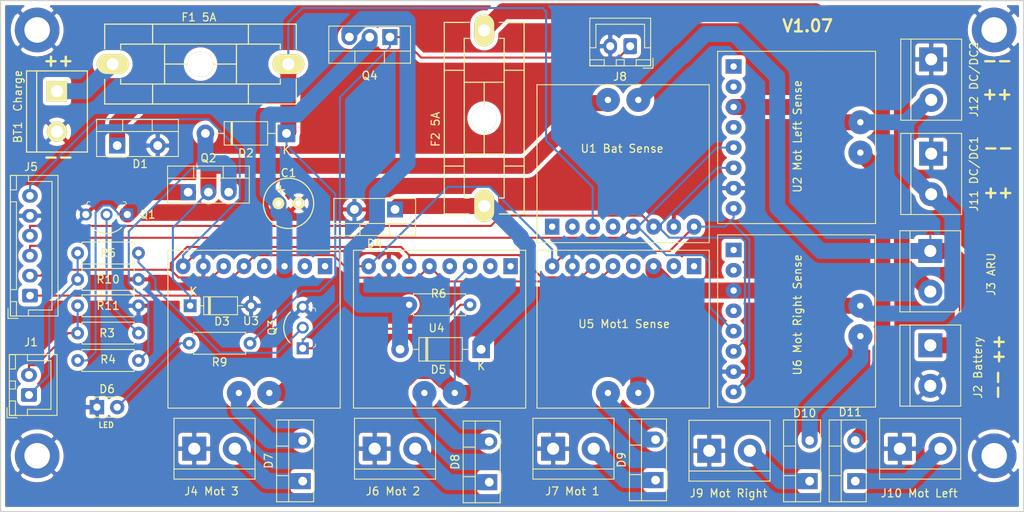
<source format=kicad_pcb>
(kicad_pcb (version 20211014) (generator pcbnew)
  (layers (0 "F.Cu" signal) (31 "B.Cu" signal) (34 "B.Paste" user) (35 "F.Paste" user) (36 "B.SilkS" user "B.Silkscreen") (37 "F.SilkS" user "F.Silkscreen") (38 "B.Mask" user) (39 "F.Mask" user) (44 "Edge.Cuts" user))
  (net 0 "")
  (net 1 "GND")
  (net 2 "Net-(BT1-Pad1)")
  (net 3 "Net-(D2-Pad2)")
  (net 4 "Net-(D3-Pad1)")
  (net 5 "Net-(D4-Pad1)")
  (net 6 "Net-(D5-Pad2)")
  (net 7 "Net-(F2-Pad1)")
  (net 8 "pinChargeEnable")
  (net 9 "pinBatterySwitch")
  (net 10 "Net-(J2-Pad1)")
  (net 11 "Net-(Q1-Pad1)")
  (net 12 "Net-(Q1-Pad2)")
  (net 13 "Net-(Q3-Pad2)")
  (net 14 "+3V3")
  (net 15 "Net-(D6-Pad2)")
  (net 16 "Net-(J8-Pad1)")
  (net 17 "Net-(D8-Pad2)")
  (net 18 "V_Bat")
  (net 19 "V_Charge")
  (net 20 "Net-(D11-Pad2)")
  (net 21 "Net-(D11-Pad1)")
  (net 22 "Net-(D7-Pad2)")
  (net 23 "SDA0")
  (net 24 "SCL0")
  (net 25 "SDA1")
  (net 26 "SCL1")
  (net 27 "Net-(D9-Pad2)")
  (net 28 "Net-(D10-Pad2)")
  (net 29 "Net-(D7-Pad1)")
  (net 30 "Net-(D8-Pad1)")
  (net 31 "Net-(D9-Pad1)")
  (net 32 "Net-(D10-Pad1)")
  (footprint "Zimprich:Anschlussklemme_2P_RM5,08" (layer "F.Cu") (at 91.769 75.107 -90)
    (fp_text reference "BT1")
    (fp_text value "Charge")
  )
  (footprint "Zimprich:Elko_vert_11.2x6.3mm_RM2.5" (layer "F.Cu") (at 119.507 86.614)
    (fp_text reference "C1")
    (fp_text value "100uF")
  )
  (footprint "Package_TO_SOT_THT:TO-220-2_Vertical" (layer "F.Cu") (at 99.314 79.375)
    (fp_text reference "D1")
    (fp_text value "MBR1045")
  )
  (footprint "Diode_THT:D_DO-41_SOD81_P10.16mm_Horizontal" (layer "F.Cu") (at 120.523 77.851 180)
    (fp_text reference "D2")
    (fp_text value "SB1240")
  )
  (footprint "Diode_THT:D_DO-35_SOD27_P7.62mm_Horizontal" (layer "F.Cu") (at 108.458 99.441)
    (fp_text reference "D3")
    (fp_text value "NOT USE")
  )
  (footprint "Package_TO_SOT_THT:TO-220-2_Vertical" (layer "F.Cu") (at 134.112 87.376 180)
    (fp_text reference "D4")
    (fp_text value "MBR1045")
  )
  (footprint "Diode_THT:D_DO-41_SOD81_P10.16mm_Horizontal" (layer "F.Cu") (at 144.907 104.902 180)
    (fp_text reference "D5")
    (fp_text value "SB1240")
  )
  (footprint "Zimprich:Fuseholder_Reichelt_PL112000" (layer "F.Cu") (at 109.749 69.167)
    (fp_text reference "F1 5A")
    (fp_text value "5A" hide)
  )
  (footprint "Zimprich:Fuseholder_Reichelt_PL112000" (layer "F.Cu") (at 145.288 75.946 -90)
    (fp_text reference "F2 5A")
    (fp_text value "10A" hide)
  )
  (footprint "Connector_JST:JST_XH_B2B-XH-A_1x02_P2.50mm_Vertical" (layer "F.Cu") (at 88.265 110.617 90)
    (fp_text reference "J1")
    (fp_text value "Main_PCB2")
  )
  (footprint "digikey-footprints:TO-92-3_Formed_Leads" (layer "F.Cu") (at 100.584 88.011 180)
    (fp_text reference "Q1")
    (fp_text value "BC547C")
  )
  (footprint "digikey-footprints:TO-92-3_Formed_Leads" (layer "F.Cu") (at 122.555 104.775 90)
    (fp_text reference "Q3")
    (fp_text value "BC547C")
  )
  (footprint "Resistor_THT:R_Axial_DIN0207_L6.3mm_D2.5mm_P7.62mm_Horizontal" (layer "F.Cu") (at 101.981 102.87 180)
    (fp_text reference "R3")
    (fp_text value "4k7")
  )
  (footprint "Resistor_THT:R_Axial_DIN0207_L6.3mm_D2.5mm_P7.62mm_Horizontal" (layer "F.Cu") (at 101.981 106.299 180)
    (fp_text reference "R4")
    (fp_text value "4k7")
  )
  (footprint "Resistor_THT:R_Axial_DIN0207_L6.3mm_D2.5mm_P7.62mm_Horizontal" (layer "F.Cu") (at 94.361 92.837)
    (fp_text reference "R5")
    (fp_text value "4k7")
  )
  (footprint "Resistor_THT:R_Axial_DIN0207_L6.3mm_D2.5mm_P7.62mm_Horizontal" (layer "F.Cu") (at 135.89 99.314)
    (fp_text reference "R6")
    (fp_text value "4k7")
  )
  (footprint "Resistor_THT:R_Axial_DIN0207_L6.3mm_D2.5mm_P7.62mm_Horizontal" (layer "F.Cu") (at 115.951 104.14 180)
    (fp_text reference "R9")
    (fp_text value "4.7kO")
  )
  (footprint "LED_THT:LED_D1.8mm_W3.3mm_H2.4mm" (layer "F.Cu") (at 96.774 112.141)
    (fp_text reference "D6")
    (fp_text value "LED")
  )
  (footprint "MountingHole:MountingHole_3.2mm_M3_DIN965_Pad_TopBottom" (layer "F.Cu") (at 89.289 64.897)
    (fp_text reference "H1" hide)
    (fp_text value "MountingHole_Pad" hide)
  )
  (footprint "MountingHole:MountingHole_3.2mm_M3_DIN965_Pad_TopBottom" (layer "F.Cu") (at 209.169 64.897)
    (fp_text reference "H2" hide)
    (fp_text value "MountingHole_Pad" hide)
  )
  (footprint "MountingHole:MountingHole_3.2mm_M3_DIN965_Pad_TopBottom" (layer "F.Cu") (at 209.169 118.237)
    (fp_text reference "H3" hide)
    (fp_text value "MountingHole_Pad" hide)
  )
  (footprint "MountingHole:MountingHole_3.2mm_M3_DIN965_Pad_TopBottom" (layer "F.Cu") (at 89.289 118.237)
    (fp_text reference "H4" hide)
    (fp_text value "MountingHole_Pad" hide)
  )
  (footprint "Connector_JST:JST_XH_B2B-XH-A_1x02_P2.50mm_Vertical" (layer "F.Cu") (at 163.576 66.929 180)
    (fp_text reference "J8")
    (fp_text value "Start")
  )
  (footprint "Resistor_THT:R_Axial_DIN0207_L6.3mm_D2.5mm_P7.62mm_Horizontal" (layer "F.Cu") (at 94.361 96.139)
    (fp_text reference "R10")
    (fp_text value "4k7")
  )
  (footprint "Package_TO_SOT_THT:TO-220-3_Vertical" (layer "F.Cu") (at 133.477 65.786 180)
    (fp_text reference "Q4")
    (fp_text value "IRF9540N")
  )
  (footprint "Package_TO_SOT_THT:TO-220-3_Vertical" (layer "F.Cu") (at 108.204 85.217)
    (fp_text reference "Q2")
    (fp_text value "IRF9540N")
  )
  (footprint "TerminalBlock:TerminalBlock_bornier-2_P5.08mm" (layer "F.Cu") (at 201.168 104.394 -90)
    (fp_text reference "J2 Battery")
    (fp_text value "Battery")
  )
  (footprint "TerminalBlock:TerminalBlock_bornier-2_P5.08mm" (layer "F.Cu") (at 201.168 92.583 -90)
    (fp_text reference "J3 ARU")
    (fp_text value "Power Switch")
  )
  (footprint "Resistor_THT:R_Axial_DIN0207_L6.3mm_D2.5mm_P7.62mm_Horizontal" (layer "F.Cu") (at 94.361 99.441)
    (fp_text reference "R11")
    (fp_text value "4k7")
  )
  (footprint "Package_TO_SOT_THT:TO-220-2_Vertical" (layer "F.Cu") (at 191.77 121.412 90)
    (fp_text reference "D11")
    (fp_text value "MBR1045")
  )
  (footprint "TerminalBlock:TerminalBlock_bornier-2_P5.08mm" (layer "F.Cu") (at 108.966 117.348)
    (fp_text reference "J4 Mot 3")
    (fp_text value "Mow3")
  )
  (footprint "Connector_JST:JST_XH_B6B-XH-A_1x06_P2.50mm_Vertical" (layer "F.Cu") (at 88.392 98.171 90)
    (fp_text reference "J5")
    (fp_text value "Main_PCB1")
  )
  (footprint "TerminalBlock:TerminalBlock_bornier-2_P5.08mm" (layer "F.Cu") (at 131.572 117.348)
    (fp_text reference "J6 Mot 2")
    (fp_text value "Mow2")
  )
  (footprint "TerminalBlock:TerminalBlock_bornier-2_P5.08mm" (layer "F.Cu") (at 153.924 117.348)
    (fp_text reference "J7 Mot 1")
    (fp_text value "Mow1")
  )
  (footprint "TerminalBlock:TerminalBlock_bornier-2_P5.08mm" (layer "F.Cu") (at 173.482 117.602)
    (fp_text reference "J9 Mot Right")
    (fp_text value "Mot_Right")
  )
  (footprint "TerminalBlock:TerminalBlock_bornier-2_P5.08mm" (layer "F.Cu") (at 197.358 117.348)
    (fp_text reference "J10 Mot Left")
    (fp_text value "Mot_Left")
  )
  (footprint "TerminalBlock:TerminalBlock_bornier-2_P5.08mm" (layer "F.Cu") (at 201.28 80.391 -90)
    (fp_text reference "J11 DC/DC1")
    (fp_text value "DC/DC1")
  )
  (footprint "TerminalBlock:TerminalBlock_bornier-2_P5.08mm" (layer "F.Cu") (at 201.28 68.58 -90)
    (fp_text reference "J12 DC/DC2")
    (fp_text value "DC/DC2")
  )
  (footprint "Current_sense:INA226" (layer "F.Cu") (at 184.15 78.359 -90)
    (fp_text reference "U2 Mot Left Sense")
    (fp_text value "INA226")
  )
  (footprint "Current_sense:INA226" (layer "F.Cu") (at 116.459 102.108 180)
    (fp_text reference "U3")
    (fp_text value "INA226")
  )
  (footprint "Current_sense:INA226" (layer "F.Cu") (at 139.7 102.108 180)
    (fp_text reference "U4")
    (fp_text value "INA226")
  )
  (footprint "Current_sense:INA226" (layer "F.Cu") (at 162.687 102.108 180)
    (fp_text reference "U5 Mot1 Sense")
    (fp_text value "INA226")
  )
  (footprint "Current_sense:INA226" (layer "F.Cu") (at 184.15 101.346 -90)
    (fp_text reference "U6 Mot Right Sense")
    (fp_text value "INA226")
  )
  (footprint "Package_TO_SOT_THT:TO-220-2_Vertical" (layer "F.Cu") (at 122.555 121.412 90)
    (fp_text reference "D7")
    (fp_text value "MBR1045")
  )
  (footprint "Package_TO_SOT_THT:TO-220-2_Vertical" (layer "F.Cu") (at 145.923 121.539 90)
    (fp_text reference "D8")
    (fp_text value "MBR1045")
  )
  (footprint "Package_TO_SOT_THT:TO-220-2_Vertical" (layer "F.Cu") (at 166.751 121.285 90)
    (fp_text reference "D9")
    (fp_text value "MBR1045")
  )
  (footprint "Package_TO_SOT_THT:TO-220-2_Vertical" (layer "F.Cu") (at 186.055 121.412 90)
    (fp_text reference "D10")
    (fp_text value "MBR1045")
  )
  (footprint "Current_sense:INA226" (layer "F.Cu") (at 162.687 81.915)
    (fp_text reference "U1 Bat Sense")
    (fp_text value "INA226")
  )
  (gr_line (start 212.852 61.217) (end 84.709 61.217) (layer "Edge.Cuts") (width 0.15))
  (gr_line (start 84.709 125.217) (end 212.852 125.217) (layer "Edge.Cuts") (width 0.15))
  (gr_line (start 84.709 61.217) (end 84.709 125.217) (layer "Edge.Cuts") (width 0.15))
  (gr_line (start 212.852 125.217) (end 212.852 61.217) (layer "Edge.Cuts") (width 0.15))
  (gr_text "--" (at 209.55 109.347 90) (layer "F.SilkS") (effects (font (size 1.5 1.5) (thickness 0.3))))
  (gr_text "++" (at 209.55 72.898) (layer "F.SilkS") (effects (font (size 1.5 1.5) (thickness 0.3))))
  (gr_text "--" (at 209.55 68.707) (layer "F.SilkS") (effects (font (size 1.5 1.5) (thickness 0.3))))
  (gr_text "++" (at 91.948 68.707) (layer "F.SilkS") (effects (font (size 1.5 1.5) (thickness 0.3))))
  (gr_text "--" (at 91.948 80.772) (layer "F.SilkS") (effects (font (size 1.5 1.5) (thickness 0.3))))
  (gr_text "++" (at 209.677 104.902 90) (layer "F.SilkS") (effects (font (size 1.5 1.5) (thickness 0.3))))
  (gr_text "--" (at 209.677 79.629) (layer "F.SilkS") (effects (font (size 1.5 1.5) (thickness 0.3))))
  (gr_text "V1.07" (at 185.801 64.389) (layer "F.SilkS") (effects (font (size 1.5 1.5) (thickness 0.3))))
  (gr_text "++" (at 209.677 85.217) (layer "F.SilkS") (effects (font (size 1.5 1.5) (thickness 0.3))))
  (segment (start 95.34826 72.567) (end 98.74826 69.167) (width 2) (layer "B.Cu") (net 2))
  (segment (start 91.769 72.567) (end 95.34826 72.567) (width 2) (layer "B.Cu") (net 2))
  (segment (start 110.3151 81.5819) (end 112.6969 81.5819) (width 2) (layer "B.Cu") (net 3))
  (segment (start 110.363 81.534) (end 110.3151 81.5819) (width 2) (layer "B.Cu") (net 3))
  (segment (start 102.0575 97.79) (end 103.2109 98.9434) (width 0.254) (layer "B.Cu") (net 3))
  (segment (start 110.3151 81.5819) (end 110.3151 82.2481) (width 0.254) (layer "B.Cu") (net 3))
  (segment (start 110.363 77.851) (end 110.363 81.534) (width 2) (layer "B.Cu") (net 3))
  (segment (start 113.284 84.836) (end 113.28639 84.83361) (width 2) (layer "B.Cu") (net 3))
  (segment (start 103.2109 105.0691) (end 101.981 106.299) (width 0.254) (layer "B.Cu") (net 3))
  (segment (start 113.28639 84.83361) (end 113.28639 82.17139) (width 2) (layer "B.Cu") (net 3))
  (segment (start 108.6388 82.2481) (end 100.7653 90.1216) (width 0.254) (layer "B.Cu") (net 3))
  (segment (start 110.3151 82.2481) (end 108.6388 82.2481) (width 0.254) (layer "B.Cu") (net 3))
  (segment (start 100.7653 90.1216) (end 100.7653 96.6556) (width 0.254) (layer "B.Cu") (net 3))
  (segment (start 100.7653 96.6556) (end 101.8997 97.79) (width 0.254) (layer "B.Cu") (net 3))
  (segment (start 113.284 85.217) (end 113.284 84.836) (width 2) (layer "B.Cu") (net 3))
  (segment (start 112.6969 81.5819) (end 113.28639 82.17139) (width 2) (layer "B.Cu") (net 3))
  (segment (start 101.8997 97.79) (end 102.0575 97.79) (width 0.254) (layer "B.Cu") (net 3))
  (segment (start 103.2109 98.9434) (end 103.2109 105.0691) (width 0.254) (layer "B.Cu") (net 3))
  (segment (start 110.744 81.915) (end 150.6457 81.915) (width 2) (layer "F.Cu") (net 4))
  (segment (start 160.38915 74.05285) (end 160.782 73.66) (width 2) (layer "F.Cu") (net 4))
  (segment (start 158.50785 74.05285) (end 160.38915 74.05285) (width 2) (layer "F.Cu") (net 4))
  (segment (start 150.6457 81.915) (end 158.50785 74.05285) (width 2) (layer "F.Cu") (net 4))
  (segment (start 110.744 85.217) (end 110.744 81.915) (width 2) (layer "F.Cu") (net 4))
  (segment (start 108.458 98.2597) (end 106.2876 96.0893) (width 0.254) (layer "B.Cu") (net 4))
  (segment (start 106.2876 89.6734) (end 110.744 85.217) (width 0.254) (layer "B.Cu") (net 4))
  (segment (start 106.2876 96.0893) (end 106.2876 89.6734) (width 0.254) (layer "B.Cu") (net 4))
  (segment (start 108.458 99.441) (end 108.458 98.2597) (width 0.254) (layer "B.Cu") (net 4))
  (segment (start 134.54126 86.94674) (end 134.112 87.376) (width 2) (layer "F.Cu") (net 5))
  (segment (start 135.9226 86.9467) (end 145.288 86.9467) (width 0.254) (layer "F.Cu") (net 5))
  (segment (start 134.112 87.376) (end 135.4933 87.376) (width 0.254) (layer "F.Cu") (net 5))
  (segment (start 145.288 86.94674) (end 134.54126 86.94674) (width 2) (layer "F.Cu") (net 5))
  (segment (start 135.4933 87.376) (end 135.9226 86.9467) (width 0.254) (layer "F.Cu") (net 5))
  (segment (start 150.749 98.171) (end 144.907 104.013) (width 2) (layer "B.Cu") (net 5))
  (segment (start 149.8714 91.0704) (end 150.749 91.948) (width 2) (layer "B.Cu") (net 5))
  (segment (start 146.00174 86.94674) (end 149.8714 90.8164) (width 2) (layer "B.Cu") (net 5))
  (segment (start 149.8714 89.8991) (end 149.8714 90.8164) (width 0.254) (layer "B.Cu") (net 5))
  (segment (start 145.288 86.94674) (end 146.00174 86.94674) (width 2) (layer "B.Cu") (net 5))
  (segment (start 145.288 86.9467) (end 146.919 86.9467) (width 0.254) (layer "B.Cu") (net 5))
  (segment (start 150.749 91.948) (end 150.749 98.171) (width 2) (layer "B.Cu") (net 5))
  (segment (start 149.8714 90.8164) (end 149.8714 91.0704) (width 2) (layer "B.Cu") (net 5))
  (segment (start 146.919 86.9467) (end 149.8714 89.8991) (width 0.254) (layer "B.Cu") (net 5))
  (segment (start 144.907 104.013) (end 144.907 104.902) (width 2) (layer "B.Cu") (net 5))
  (segment (start 134.747 99.314) (end 134.747 104.902) (width 0.254) (layer "B.Cu") (net 6))
  (segment (start 128.397 65.158024) (end 128.397 65.786) (width 2) (layer "B.Cu") (net 6))
  (segment (start 131.857999 89.379201) (end 131.857999 85.372799) (width 2) (layer "B.Cu") (net 6))
  (segment (start 135.683501 63.782799) (end 135.432701 63.531999) (width 2) (layer "B.Cu") (net 6))
  (segment (start 131.857999 85.372799) (end 135.683501 81.547297) (width 2) (layer "B.Cu") (net 6))
  (segment (start 135.683501 81.547297) (end 135.683501 63.782799) (width 2) (layer "B.Cu") (net 6))
  (segment (start 128.65599 92.58121) (end 131.857999 89.379201) (width 2) (layer "B.Cu") (net 6))
  (segment (start 135.89 99.314) (end 129.73891 99.314) (width 2) (layer "B.Cu") (net 6))
  (segment (start 129.73891 99.314) (end 128.65599 98.23108) (width 2) (layer "B.Cu") (net 6))
  (segment (start 134.747 99.314) (end 135.89 99.314) (width 0.254) (layer "B.Cu") (net 6))
  (segment (start 134.6541 64.4046) (end 134.8109 64.5614) (width 0.254) (layer "B.Cu") (net 6))
  (segment (start 134.747 100.457) (end 135.89 99.314) (width 2) (layer "B.Cu") (net 6))
  (segment (start 128.65599 98.23108) (end 128.65599 92.58121) (width 2) (layer "B.Cu") (net 6))
  (segment (start 135.432701 63.531999) (end 130.023025 63.531999) (width 2) (layer "B.Cu") (net 6))
  (segment (start 134.747 104.902) (end 134.747 100.457) (width 2) (layer "B.Cu") (net 6))
  (segment (start 130.023025 63.531999) (end 128.397 65.158024) (width 2) (layer "B.Cu") (net 6))
  (segment (start 201.168 97.663) (end 197.612 94.107) (width 2) (layer "F.Cu") (net 7))
  (segment (start 197.612 73.406) (end 186.75201 62.54601) (width 2) (layer "F.Cu") (net 7))
  (segment (start 147.68725 62.54601) (end 145.288 64.94526) (width 2) (layer "F.Cu") (net 7))
  (segment (start 197.612 94.107) (end 197.612 73.406) (width 2) (layer "F.Cu") (net 7))
  (segment (start 186.75201 62.54601) (end 147.68725 62.54601) (width 2) (layer "F.Cu") (net 7))
  (segment (start 88.265 108.117) (end 88.265 106.8857) (width 0.254) (layer "F.Cu") (net 8))
  (segment (start 93.1797 102.87) (end 89.164 106.8857) (width 0.254) (layer "F.Cu") (net 8))
  (segment (start 94.361 102.87) (end 93.1797 102.87) (width 0.254) (layer "F.Cu") (net 8))
  (segment (start 89.164 106.8857) (end 88.265 106.8857) (width 0.254) (layer "F.Cu") (net 8))
  (segment (start 94.361 102.87) (end 94.361 99.441) (width 0.254) (layer "B.Cu") (net 8))
  (segment (start 94.361 96.139) (end 94.361 92.837) (width 0.254) (layer "B.Cu") (net 9))
  (segment (start 90.793 99.707) (end 90.793 108.089) (width 0.254) (layer "B.Cu") (net 9))
  (segment (start 94.361 96.139) (end 90.793 99.707) (width 0.254) (layer "B.Cu") (net 9))
  (segment (start 90.793 108.089) (end 88.265 110.617) (width 0.254) (layer "B.Cu") (net 9))
  (segment (start 205.74 102.616) (end 203.962 104.394) (width 2) (layer "F.Cu") (net 10))
  (segment (start 203.581 92.583) (end 205.74 94.742) (width 2) (layer "F.Cu") (net 10))
  (segment (start 203.962 104.394) (end 201.168 104.394) (width 2) (layer "F.Cu") (net 10))
  (segment (start 201.168 92.583) (end 203.581 92.583) (width 2) (layer "F.Cu") (net 10))
  (segment (start 205.74 94.742) (end 205.74 102.616) (width 2) (layer "F.Cu") (net 10))
  (segment (start 170.18 68.199) (end 172.974 65.405) (width 2) (layer "B.Cu") (net 10))
  (segment (start 170.053 68.199) (end 170.18 68.199) (width 2) (layer "B.Cu") (net 10))
  (segment (start 187.452 92.583) (end 201.168 92.583) (width 2) (layer "B.Cu") (net 10))
  (segment (start 181.991 87.122) (end 187.452 92.583) (width 2) (layer "B.Cu") (net 10))
  (segment (start 164.592 73.66) (end 170.053 68.199) (width 2) (layer "B.Cu") (net 10))
  (segment (start 181.991 70.772798) (end 181.991 87.122) (width 2) (layer "B.Cu") (net 10))
  (segment (start 172.974 65.405) (end 176.623202 65.405) (width 2) (layer "B.Cu") (net 10))
  (segment (start 201.168 92.583) (end 201.168 90.7017) (width 0.254) (layer "B.Cu") (net 10))
  (segment (start 176.623202 65.405) (end 181.991 70.772798) (width 2) (layer "B.Cu") (net 10))
  (segment (start 108.204 85.217) (end 103.378 85.217) (width 2) (layer "F.Cu") (net 11))
  (segment (start 103.378 85.217) (end 100.584 88.011) (width 2) (layer "F.Cu") (net 11))
  (segment (start 96.6087 105.2326) (end 95.5423 106.299) (width 0.254) (layer "B.Cu") (net 11))
  (segment (start 96.6087 87.7859) (end 96.6087 105.2326) (width 0.254) (layer "B.Cu") (net 11))
  (segment (start 99.4527 88.011) (end 99.4527 87.8696) (width 0.254) (layer "B.Cu") (net 11))
  (segment (start 97.517 86.8776) (end 96.6087 87.7859) (width 0.254) (layer "B.Cu") (net 11))
  (segment (start 100.584 88.011) (end 99.4527 88.011) (width 0.254) (layer "B.Cu") (net 11))
  (segment (start 98.4607 86.8776) (end 97.517 86.8776) (width 0.254) (layer "B.Cu") (net 11))
  (segment (start 94.361 106.299) (end 95.5423 106.299) (width 0.254) (layer "B.Cu") (net 11))
  (segment (start 99.4527 87.8696) (end 98.4607 86.8776) (width 0.254) (layer "B.Cu") (net 11))
  (segment (start 97.984 98.873) (end 101.981 102.87) (width 0.254) (layer "B.Cu") (net 12))
  (segment (start 97.984 88.011) (end 97.984 98.873) (width 0.254) (layer "B.Cu") (net 12))
  (segment (start 101.981 92.837) (end 101.981 94.0183) (width 0.254) (layer "B.Cu") (net 13))
  (segment (start 119.403 105.327) (end 112.1872 105.327) (width 0.254) (layer "B.Cu") (net 13))
  (segment (start 104.1016 97.2414) (end 104.1016 96.1389) (width 0.254) (layer "B.Cu") (net 13))
  (segment (start 104.1016 96.1389) (end 101.981 94.0183) (width 0.254) (layer "B.Cu") (net 13))
  (segment (start 112.1872 105.327) (end 104.1016 97.2414) (width 0.254) (layer "B.Cu") (net 13))
  (segment (start 122.555 102.175) (end 119.403 105.327) (width 0.254) (layer "B.Cu") (net 13))
  (segment (start 127.6302 92.5895) (end 109.4675 92.5895) (width 0.254) (layer "F.Cu") (net 14))
  (segment (start 168.5408 92.5712) (end 155.7138 92.5712) (width 0.254) (layer "F.Cu") (net 14))
  (segment (start 171.577 89.535) (end 168.5408 92.5712) (width 0.254) (layer "F.Cu") (net 14))
  (segment (start 109.4675 92.5895) (end 107.569 94.488) (width 0.254) (layer "F.Cu") (net 14))
  (segment (start 155.7138 92.5712) (end 153.797 94.488) (width 0.254) (layer "F.Cu") (net 14))
  (segment (start 130.81 94.488) (end 129.5287 94.488) (width 0.254) (layer "F.Cu") (net 14))
  (segment (start 129.5287 94.488) (end 127.6302 92.5895) (width 0.254) (layer "F.Cu") (net 14))
  (segment (start 114.6674 86.0083) (end 107.569 93.1067) (width 0.254) (layer "B.Cu") (net 14))
  (segment (start 145.9708 84.5479) (end 140.7501 84.5479) (width 0.254) (layer "B.Cu") (net 14))
  (segment (start 171.577 89.535) (end 175.4392 89.535) (width 0.254) (layer "B.Cu") (net 14))
  (segment (start 88.392 85.671) (end 88.392 84.4397) (width 0.254) (layer "B.Cu") (net 14))
  (segment (start 178.4879 108.2781) (end 176.53 110.236) (width 0.254) (layer "B.Cu") (net 14))
  (segment (start 107.569 94.488) (end 107.569 93.1067) (width 0.254) (layer "B.Cu") (net 14))
  (segment (start 175.4392 89.535) (end 176.1423 88.8319) (width 0.254) (layer "B.Cu") (net 14))
  (segment (start 153.797 92.3741) (end 145.9708 84.5479) (width 0.254) (layer "B.Cu") (net 14))
  (segment (start 153.797 94.488) (end 153.797 92.3741) (width 0.254) (layer "B.Cu") (net 14))
  (segment (start 176.1423 88.8319) (end 178.4879 91.1775) (width 0.254) (layer "B.Cu") (net 14))
  (segment (start 176.53 88.4442) (end 176.53 87.8896) (width 0.254) (layer "B.Cu") (net 14))
  (segment (start 178.4879 91.1775) (end 178.4879 108.2781) (width 0.254) (layer "B.Cu") (net 14))
  (segment (start 176.53 87.249) (end 176.53 87.8896) (width 0.254) (layer "B.Cu") (net 14))
  (segment (start 176.1423 88.8319) (end 176.53 88.4442) (width 0.254) (layer "B.Cu") (net 14))
  (segment (start 88.392 84.4397) (end 96.7655 76.0662) (width 0.254) (layer "B.Cu") (net 14))
  (segment (start 96.7655 76.0662) (end 110.7354 76.0662) (width 0.254) (layer "B.Cu") (net 14))
  (segment (start 140.7501 84.5479) (end 130.81 94.488) (width 0.254) (layer "B.Cu") (net 14))
  (segment (start 114.6674 79.9982) (end 114.6674 86.0083) (width 0.254) (layer "B.Cu") (net 14))
  (segment (start 110.7354 76.0662) (end 114.6674 79.9982) (width 0.254) (layer "B.Cu") (net 14))
  (segment (start 99.314 112.141) (end 107.1497 104.3053) (width 0.254) (layer "B.Cu") (net 15))
  (segment (start 107.1497 104.3053) (end 107.1497 104.14) (width 0.254) (layer "B.Cu") (net 15))
  (segment (start 108.331 104.14) (end 107.1497 104.14) (width 0.254) (layer "B.Cu") (net 15))
  (segment (start 126.1439 102.3174) (end 139.3253 102.3174) (width 0.254) (layer "F.Cu") (net 16))
  (segment (start 123.6863 104.775) (end 126.1439 102.3174) (width 0.254) (layer "F.Cu") (net 16))
  (segment (start 143.51 99.314) (end 142.3287 99.314) (width 0.254) (layer "F.Cu") (net 16))
  (segment (start 133.477 65.786) (end 134.8108 65.786) (width 0.254) (layer "F.Cu") (net 16))
  (segment (start 139.3253 102.3174) (end 142.3287 99.314) (width 0.254) (layer "F.Cu") (net 16))
  (segment (start 137.3808 68.356) (end 134.8108 65.786) (width 0.254) (layer "F.Cu") (net 16))
  (segment (start 122.555 104.775) (end 123.6863 104.775) (width 0.254) (layer "F.Cu") (net 16))
  (segment (start 162.149 68.356) (end 137.3808 68.356) (width 0.254) (layer "F.Cu") (net 16))
  (segment (start 163.576 66.929) (end 162.149 68.356) (width 0.254) (layer "F.Cu") (net 16))
  (segment (start 122.555 104.775) (end 122.555 103.6437) (width 0.254) (layer "B.Cu") (net 16))
  (segment (start 122.6964 103.6437) (end 127.2149 99.1252) (width 0.254) (layer "B.Cu") (net 16))
  (segment (start 127.2149 73.3021) (end 133.477 67.04) (width 0.254) (layer "B.Cu") (net 16))
  (segment (start 122.555 103.6437) (end 122.6964 103.6437) (width 0.254) (layer "B.Cu") (net 16))
  (segment (start 133.477 67.04) (end 133.477 65.786) (width 0.254) (layer "B.Cu") (net 16))
  (segment (start 127.2149 99.1252) (end 127.2149 73.3021) (width 0.254) (layer "B.Cu") (net 16))
  (segment (start 141.76968 116.459) (end 137.795 112.48432) (width 2) (layer "B.Cu") (net 17))
  (segment (start 137.795 112.48432) (end 137.795 110.363) (width 2) (layer "B.Cu") (net 17))
  (segment (start 145.923 116.459) (end 141.76968 116.459) (width 2) (layer "B.Cu") (net 17))
  (segment (start 189.738 99.441) (end 192.405 99.441) (width 2) (layer "F.Cu") (net 18))
  (segment (start 169.545 97.536) (end 169.545 103.5287) (width 0.254) (layer "F.Cu") (net 18))
  (segment (start 138.5803 108.4402) (end 139.7237 109.5836) (width 0.254) (layer "F.Cu") (net 18))
  (segment (start 164.592 110.363) (end 164.592 107.696) (width 2) (layer "F.Cu") (net 18))
  (segment (start 121.7752 108.4402) (end 121.7752 108.6028) (width 2) (layer "F.Cu") (net 18))
  (segment (start 164.592 108.24168) (end 164.592 110.363) (width 2) (layer "F.Cu") (net 18))
  (segment (start 136.473079 107.608999) (end 139.116921 107.608999) (width 2) (layer "F.Cu") (net 18))
  (segment (start 176.53 74.549) (end 188.341 74.549) (width 2) (layer "F.Cu") (net 18))
  (segment (start 187.833 97.536) (end 189.738 99.441) (width 2) (layer "F.Cu") (net 18))
  (segment (start 166.497 95.09423) (end 166.497 94.488) (width 2) (layer "F.Cu") (net 18))
  (segment (start 122.1681 108.4402) (end 138.5803 108.4402) (width 0.254) (layer "F.Cu") (net 18))
  (segment (start 139.116921 107.608999) (end 141.605 110.097078) (width 2) (layer "F.Cu") (net 18))
  (segment (start 141.605 110.363) (end 154.178 110.363) (width 2) (layer "F.Cu") (net 18))
  (segment (start 121.7752 108.4402) (end 122.1681 108.4402) (width 2) (layer "F.Cu") (net 18))
  (segment (start 121.7752 108.6028) (end 135.479278 108.6028) (width 2) (layer "F.Cu") (net 18))
  (segment (start 169.926 97.536) (end 169.545 97.536) (width 0.254) (layer "F.Cu") (net 18))
  (segment (start 121.7752 108.6028) (end 120.015 110.363) (width 2) (layer "F.Cu") (net 18))
  (segment (start 120.015 110.363) (end 118.364 110.363) (width 2) (layer "F.Cu") (net 18))
  (segment (start 164.592 107.696) (end 169.799 102.489) (width 2) (layer "F.Cu") (net 18))
  (segment (start 192.405 76.454) (end 190.246 76.454) (width 2) (layer "F.Cu") (net 18))
  (segment (start 190.246 76.454) (end 188.341 74.549) (width 2) (layer "F.Cu") (net 18))
  (segment (start 120.269 94.488) (end 120.269 106.934) (width 2) (layer "F.Cu") (net 18))
  (segment (start 176.53 97.536) (end 187.833 97.536) (width 2) (layer "F.Cu") (net 18))
  (segment (start 169.799 102.489) (end 169.799 98.39623) (width 2) (layer "F.Cu") (net 18))
  (segment (start 169.926 97.536) (end 176.53 97.536) (width 2) (layer "F.Cu") (net 18))
  (segment (start 154.178 110.363) (end 158.496 106.045) (width 2) (layer "F.Cu") (net 18))
  (segment (start 162.39532 106.045) (end 164.592 108.24168) (width 2) (layer "F.Cu") (net 18))
  (segment (start 158.496 106.045) (end 162.39532 106.045) (width 2) (layer "F.Cu") (net 18))
  (segment (start 118.364 110.363) (end 120.2453 110.363) (width 0.254) (layer "F.Cu") (net 18))
  (segment (start 120.269 106.934) (end 121.7752 108.4402) (width 2) (layer "F.Cu") (net 18))
  (segment (start 169.545 97.536) (end 166.497 94.488) (width 0.254) (layer "F.Cu") (net 18))
  (segment (start 120.2453 110.363) (end 122.1681 108.4402) (width 0.254) (layer "F.Cu") (net 18))
  (segment (start 141.605 110.097078) (end 141.605 110.363) (width 2) (layer "F.Cu") (net 18))
  (segment (start 164.592 110.363) (end 164.592 108.4817) (width 0.254) (layer "F.Cu") (net 18))
  (segment (start 135.479278 108.6028) (end 136.473079 107.608999) (width 2) (layer "F.Cu") (net 18))
  (segment (start 169.799 98.39623) (end 166.497 95.09423) (width 2) (layer "F.Cu") (net 18))
  (segment (start 198.486 76.454) (end 201.28 73.66) (width 0.254) (layer "B.Cu") (net 18))
  (segment (start 121.873652 75.496999) (end 130.937 66.433651) (width 2) (layer "B.Cu") (net 18))
  (segment (start 201.28 85.471) (end 203.922001 88.113001) (width 2) (layer "B.Cu") (net 18))
  (segment (start 200.914 73.66) (end 201.28 73.66) (width 2) (layer "B.Cu") (net 18))
  (segment (start 193.381001 100.417001) (end 192.405 99.441) (width 2) (layer "B.Cu") (net 18))
  (segment (start 130.937 65.805674) (end 130.946837 65.795837) (width 2) (layer "B.Cu") (net 18))
  (segment (start 203.922001 88.113001) (end 203.922001 98.984921) (width 2) (layer "B.Cu") (net 18))
  (segment (start 118.168999 85.275999) (end 118.168999 75.747799) (width 2) (layer "B.Cu") (net 18))
  (segment (start 201.28 85.471) (end 198.486 82.677) (width 0.254) (layer "B.Cu") (net 18))
  (segment (start 202.489921 100.417001) (end 193.381001 100.417001) (width 2) (layer "B.Cu") (net 18))
  (segment (start 201.168 85.471) (end 201.28 85.471) (width 2) (layer "B.Cu") (net 18))
  (segment (start 119.0416 86.1486) (end 119.507 86.614) (width 0.254) (layer "B.Cu") (net 18))
  (segment (start 203.922001 98.984921) (end 202.489921 100.417001) (width 2) (layer "B.Cu") (net 18))
  (segment (start 130.937 66.433651) (end 130.937 65.805674) (width 2) (layer "B.Cu") (net 18))
  (segment (start 119.507 86.614) (end 118.168999 85.275999) (width 2) (layer "B.Cu") (net 18))
  (segment (start 198.486 82.677) (end 198.486 76.454) (width 0.254) (layer "B.Cu") (net 18))
  (segment (start 119.507 87.675466) (end 120.269 88.437466) (width 2) (layer "B.Cu") (net 18))
  (segment (start 141.605 110.363) (end 141.605 96.393) (width 0.254) (layer "B.Cu") (net 18))
  (segment (start 120.269 88.437466) (end 120.269 94.488) (width 2) (layer "B.Cu") (net 18))
  (segment (start 192.405 76.454) (end 198.12 76.454) (width 2) (layer "B.Cu") (net 18))
  (segment (start 198.12 76.454) (end 198.12 82.423) (width 2) (layer "B.Cu") (net 18))
  (segment (start 198.12 76.454) (end 200.914 73.66) (width 2) (layer "B.Cu") (net 18))
  (segment (start 118.419799 75.496999) (end 121.873652 75.496999) (width 2) (layer "B.Cu") (net 18))
  (segment (start 119.507 86.614) (end 119.507 87.675466) (width 2) (layer "B.Cu") (net 18))
  (segment (start 198.12 82.423) (end 201.168 85.471) (width 2) (layer "B.Cu") (net 18))
  (segment (start 118.168999 75.747799) (end 118.419799 75.496999) (width 2) (layer "B.Cu") (net 18))
  (segment (start 192.405 76.454) (end 198.486 76.454) (width 0.254) (layer "B.Cu") (net 18))
  (segment (start 141.605 96.393) (end 143.51 94.488) (width 0.254) (layer "B.Cu") (net 18))
  (segment (start 120.74974 72.03626) (end 120.74974 77.62426) (width 2) (layer "F.Cu") (net 19))
  (segment (start 120.74974 69.167) (end 120.74974 72.03626) (width 2) (layer "F.Cu") (net 19))
  (segment (start 120.74974 77.62426) (end 120.523 77.851) (width 2) (layer "F.Cu") (net 19))
  (segment (start 119.634 73.152) (end 102.743 73.152) (width 2) (layer "F.Cu") (net 19))
  (segment (start 102.743 73.152) (end 99.314 76.581) (width 2) (layer "F.Cu") (net 19))
  (segment (start 99.314 76.581) (end 99.314 79.375) (width 2) (layer "F.Cu") (net 19))
  (segment (start 120.74974 72.03626) (end 119.634 73.152) (width 2) (layer "F.Cu") (net 19))
  (segment (start 152.574989 62.150989) (end 122.507011 62.150989) (width 0.254) (layer "B.Cu") (net 19))
  (segment (start 120.523 77.851) (end 120.523 79.3323) (width 0.254) (layer "B.Cu") (net 19))
  (segment (start 124.6855 97.6098) (end 126.6304 95.6649) (width 0.254) (layer "B.Cu") (net 19))
  (segment (start 115.951 104.14) (end 122.4812 97.6098) (width 0.254) (layer "B.Cu") (net 19))
  (segment (start 126.6304 85.4397) (end 120.523 79.3323) (width 0.254) (layer "B.Cu") (net 19))
  (segment (start 122.4812 97.6098) (end 124.6855 97.6098) (width 0.254) (layer "B.Cu") (net 19))
  (segment (start 153.035 78.74) (end 153.035 62.611) (width 0.254) (layer "B.Cu") (net 19))
  (segment (start 122.507011 62.150989) (end 120.74974 63.90826) (width 0.254) (layer "B.Cu") (net 19))
  (segment (start 158.877 84.582) (end 153.035 78.74) (width 0.254) (layer "B.Cu") (net 19))
  (segment (start 153.035 62.611) (end 152.574989 62.150989) (width 0.254) (layer "B.Cu") (net 19))
  (segment (start 158.877 89.535) (end 158.877 84.582) (width 0.254) (layer "B.Cu") (net 19))
  (segment (start 126.6304 95.6649) (end 126.6304 85.4397) (width 0.254) (layer "B.Cu") (net 19))
  (segment (start 120.74974 63.90826) (end 120.74974 69.167) (width 0.254) (layer "B.Cu") (net 19))
  (segment (start 191.77 116.332) (end 195.159001 112.942999) (width 2) (layer "F.Cu") (net 20))
  (segment (start 195.159001 83.018001) (end 192.405 80.264) (width 2) (layer "F.Cu") (net 20))
  (segment (start 195.159001 112.942999) (end 195.159001 83.018001) (width 2) (layer "F.Cu") (net 20))
  (segment (start 191.77 121.412) (end 198.374 121.412) (width 2) (layer "B.Cu") (net 21))
  (segment (start 198.374 121.412) (end 202.438 117.348) (width 2) (layer "B.Cu") (net 21))
  (segment (start 122.555 116.332) (end 118.40168 116.332) (width 2) (layer "B.Cu") (net 22))
  (segment (start 114.554 112.48432) (end 114.554 110.363) (width 2) (layer "B.Cu") (net 22))
  (segment (start 118.40168 116.332) (end 114.554 112.48432) (width 2) (layer "B.Cu") (net 22))
  (segment (start 166.497 89.535) (end 165.1156 88.1536) (width 0.254) (layer "F.Cu") (net 23))
  (segment (start 88.392 90.671) (end 88.392 89.4397) (width 0.254) (layer "F.Cu") (net 23))
  (segment (start 165.1156 88.1536) (end 147.419 88.1536) (width 0.254) (layer "F.Cu") (net 23))
  (segment (start 147.419 88.1536) (end 146.1329 89.4397) (width 0.254) (layer "F.Cu") (net 23))
  (segment (start 146.1329 89.4397) (end 88.392 89.4397) (width 0.254) (layer "F.Cu") (net 23))
  (segment (start 177.4782 90.9164) (end 168.4644 90.9164) (width 0.254) (layer "B.Cu") (net 23))
  (segment (start 176.53 105.156) (end 177.9503 103.7357) (width 0.254) (layer "B.Cu") (net 23))
  (segment (start 167.4346 89.2083) (end 174.4739 82.169) (width 0.254) (layer "B.Cu") (net 23))
  (segment (start 177.9503 103.7357) (end 177.9503 91.3885) (width 0.254) (layer "B.Cu") (net 23))
  (segment (start 174.4739 82.169) (end 176.53 82.169) (width 0.254) (layer "B.Cu") (net 23))
  (segment (start 167.4346 89.535) (end 167.4346 89.2083) (width 0.254) (layer "B.Cu") (net 23))
  (segment (start 167.4346 89.535) (end 166.497 89.535) (width 0.254) (layer "B.Cu") (net 23))
  (segment (start 168.4644 90.9164) (end 167.4346 89.8866) (width 0.254) (layer "B.Cu") (net 23))
  (segment (start 167.4346 89.8866) (end 167.4346 89.535) (width 0.254) (layer "B.Cu") (net 23))
  (segment (start 177.9503 91.3885) (end 177.4782 90.9164) (width 0.254) (layer "B.Cu") (net 23))
  (segment (start 90.6373 90.9257) (end 89.6233 91.9397) (width 0.254) (layer "F.Cu") (net 24))
  (segment (start 89.6233 91.9397) (end 88.392 91.9397) (width 0.254) (layer "F.Cu") (net 24))
  (segment (start 88.392 93.171) (end 88.392 91.9397) (width 0.254) (layer "F.Cu") (net 24))
  (segment (start 162.5663 90.9257) (end 90.6373 90.9257) (width 0.254) (layer "F.Cu") (net 24))
  (segment (start 163.957 89.535) (end 162.5663 90.9257) (width 0.254) (layer "F.Cu") (net 24))
  (segment (start 164.5232 89.535) (end 164.5318 89.5436) (width 0.254) (layer "B.Cu") (net 24))
  (segment (start 173.5289 93.978) (end 173.5289 99.6149) (width 0.254) (layer "B.Cu") (net 24))
  (segment (start 168.0946 93.1064) (end 172.6573 93.1064) (width 0.254) (layer "B.Cu") (net 24))
  (segment (start 164.5318 89.5436) (end 174.4464 79.629) (width 0.254) (layer "B.Cu") (net 24))
  (segment (start 172.6573 93.1064) (end 173.5289 93.978) (width 0.254) (layer "B.Cu") (net 24))
  (segment (start 164.5318 89.5436) (end 168.0946 93.1064) (width 0.254) (layer "B.Cu") (net 24))
  (segment (start 174.4464 79.629) (end 176.53 79.629) (width 0.254) (layer "B.Cu") (net 24))
  (segment (start 163.957 89.535) (end 164.5232 89.535) (width 0.254) (layer "B.Cu") (net 24))
  (segment (start 173.5289 99.6149) (end 176.53 102.616) (width 0.254) (layer "B.Cu") (net 24))
  (segment (start 106.9974 95.9025) (end 111.2345 95.9025) (width 0.254) (layer "F.Cu") (net 25))
  (segment (start 106.0291 94.9342) (end 106.9974 95.9025) (width 0.254) (layer "F.Cu") (net 25))
  (segment (start 134.8706 92.0752) (end 135.89 93.0946) (width 0.254) (layer "F.Cu") (net 25))
  (segment (start 89.7483 95.671) (end 90.4851 94.9342) (width 0.254) (layer "F.Cu") (net 25))
  (segment (start 88.392 95.671) (end 89.7483 95.671) (width 0.254) (layer "F.Cu") (net 25))
  (segment (start 157.4782 95.8868) (end 158.877 94.488) (width 0.254) (layer "F.Cu") (net 25))
  (segment (start 149.6842 93.0946) (end 152.4764 95.8868) (width 0.254) (layer "F.Cu") (net 25))
  (segment (start 135.89 93.0946) (end 135.89 94.488) (width 0.254) (layer "F.Cu") (net 25))
  (segment (start 108.0568 92.0752) (end 134.8706 92.0752) (width 0.254) (layer "F.Cu") (net 25))
  (segment (start 111.2345 95.9025) (end 112.649 94.488) (width 0.254) (layer "F.Cu") (net 25))
  (segment (start 152.4764 95.8868) (end 157.4782 95.8868) (width 0.254) (layer "F.Cu") (net 25))
  (segment (start 106.0291 94.1029) (end 108.0568 92.0752) (width 0.254) (layer "F.Cu") (net 25))
  (segment (start 90.4851 94.9342) (end 106.0291 94.9342) (width 0.254) (layer "F.Cu") (net 25))
  (segment (start 106.0291 94.9342) (end 106.0291 94.1029) (width 0.254) (layer "F.Cu") (net 25))
  (segment (start 135.89 93.0946) (end 149.6842 93.0946) (width 0.254) (layer "F.Cu") (net 25))
  (segment (start 136.9976 95.9204) (end 138.43 94.488) (width 0.254) (layer "F.Cu") (net 26))
  (segment (start 116.5704 93.1066) (end 126.4067 93.1066) (width 0.254) (layer "F.Cu") (net 26))
  (segment (start 111.506 98.171) (end 115.189 94.488) (width 0.254) (layer "F.Cu") (net 26))
  (segment (start 159.5098 96.3952) (end 161.417 94.488) (width 0.254) (layer "F.Cu") (net 26))
  (segment (start 88.392 98.171) (end 111.506 98.171) (width 0.254) (layer "F.Cu") (net 26))
  (segment (start 129.2205 95.9204) (end 136.9976 95.9204) (width 0.254) (layer "F.Cu") (net 26))
  (segment (start 138.43 94.488) (end 140.3372 96.3952) (width 0.254) (layer "F.Cu") (net 26))
  (segment (start 140.3372 96.3952) (end 159.5098 96.3952) (width 0.254) (layer "F.Cu") (net 26))
  (segment (start 126.4067 93.1066) (end 129.2205 95.9204) (width 0.254) (layer "F.Cu") (net 26))
  (segment (start 115.189 94.488) (end 116.5704 93.1066) (width 0.254) (layer "F.Cu") (net 26))
  (segment (start 166.751 116.205) (end 165.336787 116.205) (width 2) (layer "B.Cu") (net 27))
  (segment (start 160.782 111.650213) (end 160.782 110.363) (width 2) (layer "B.Cu") (net 27))
  (segment (start 165.336787 116.205) (end 160.782 111.650213) (width 2) (layer "B.Cu") (net 27))
  (segment (start 192.405 106.172) (end 186.055 112.522) (width 2) (layer "B.Cu") (net 28))
  (segment (start 186.055 112.522) (end 186.055 113.03) (width 0.254) (layer "B.Cu") (net 28))
  (segment (start 186.055 116.332) (end 186.055 113.03) (width 2) (layer "B.Cu") (net 28))
  (segment (start 192.405 103.251) (end 192.405 106.172) (width 2) (layer "B.Cu") (net 28))
  (segment (start 118.11 121.412) (end 114.046 117.348) (width 2) (layer "B.Cu") (net 29))
  (segment (start 122.555 121.412) (end 118.11 121.412) (width 2) (layer "B.Cu") (net 29))
  (segment (start 145.923 121.539) (end 140.843 121.539) (width 2) (layer "B.Cu") (net 30))
  (segment (start 140.843 121.539) (end 136.652 117.348) (width 2) (layer "B.Cu") (net 30))
  (segment (start 162.941 121.285) (end 159.004 117.348) (width 2) (layer "B.Cu") (net 31))
  (segment (start 166.751 121.285) (end 162.941 121.285) (width 2) (layer "B.Cu") (net 31))
  (segment (start 186.055 121.412) (end 182.372 121.412) (width 2) (layer "B.Cu") (net 32))
  (segment (start 182.372 121.412) (end 178.562 117.602) (width 2) (layer "B.Cu") (net 32))
  (zone (net 1) (net_name "GND") (layer "F.Cu") (connect_pads (clearance 0.508)) (min_thickness 0.254) (fill yes (thermal_gap 0.508) (thermal_bridge_width 0.508))
    (polygon (pts (xy 212.2678 61.6712) (xy 211.7344 124.46) (xy 85.1662 124.6124) (xy 84.8614 61.468) (xy 84.8868 61.4426)))
  )
  (zone (net 1) (net_name "GND") (layer "B.Cu") (connect_pads (clearance 0.508)) (min_thickness 0.254) (fill yes (thermal_gap 0.508) (thermal_bridge_width 0.508))
    (polygon (pts (xy 212.4456 124.714) (xy 85.1408 124.6632) (xy 85.2932 61.722) (xy 85.2932 61.6966) (xy 212.5472 61.5442)))
  )
)
</source>
